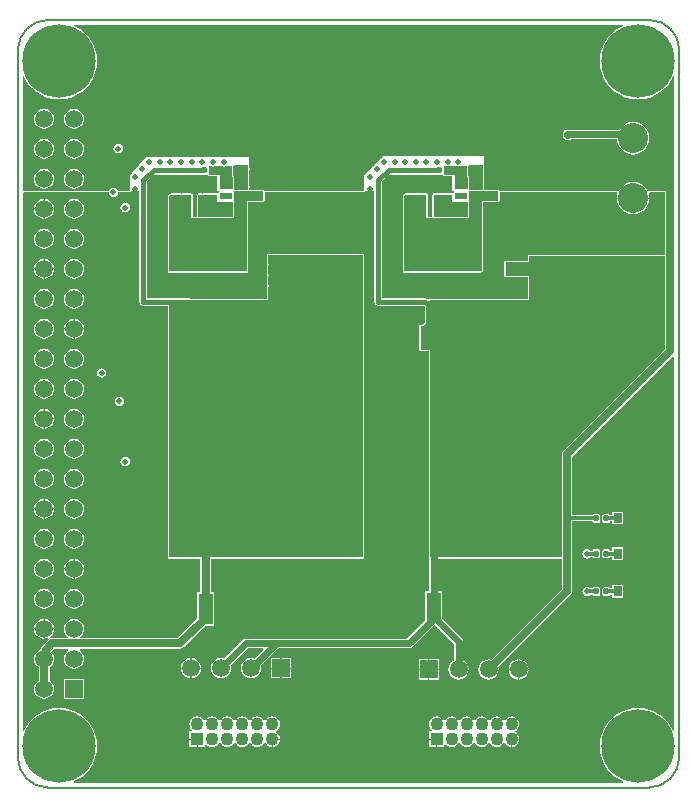
<source format=gtl>
G04*
G04 #@! TF.GenerationSoftware,Altium Limited,Altium Designer,20.0.9 (164)*
G04*
G04 Layer_Physical_Order=1*
G04 Layer_Color=255*
%FSLAX25Y25*%
%MOIN*%
G70*
G01*
G75*
G04:AMPARAMS|DCode=10|XSize=25.2mil|YSize=23.62mil|CornerRadius=5.91mil|HoleSize=0mil|Usage=FLASHONLY|Rotation=90.000|XOffset=0mil|YOffset=0mil|HoleType=Round|Shape=RoundedRectangle|*
%AMROUNDEDRECTD10*
21,1,0.02520,0.01181,0,0,90.0*
21,1,0.01339,0.02362,0,0,90.0*
1,1,0.01181,0.00591,0.00669*
1,1,0.01181,0.00591,-0.00669*
1,1,0.01181,-0.00591,-0.00669*
1,1,0.01181,-0.00591,0.00669*
%
%ADD10ROUNDEDRECTD10*%
%ADD11R,0.03937X0.02362*%
G04:AMPARAMS|DCode=12|XSize=20.47mil|YSize=22.05mil|CornerRadius=5.12mil|HoleSize=0mil|Usage=FLASHONLY|Rotation=180.000|XOffset=0mil|YOffset=0mil|HoleType=Round|Shape=RoundedRectangle|*
%AMROUNDEDRECTD12*
21,1,0.02047,0.01181,0,0,180.0*
21,1,0.01024,0.02205,0,0,180.0*
1,1,0.01024,-0.00512,0.00591*
1,1,0.01024,0.00512,0.00591*
1,1,0.01024,0.00512,-0.00591*
1,1,0.01024,-0.00512,-0.00591*
%
%ADD12ROUNDEDRECTD12*%
%ADD13R,0.02756X0.03347*%
%ADD14R,0.09843X0.07480*%
%ADD15R,0.13780X0.07874*%
%ADD16R,0.06693X0.04331*%
%ADD17R,0.04331X0.06693*%
%ADD18R,0.10433X0.04724*%
%ADD19R,0.04724X0.10433*%
%ADD20C,0.01181*%
%ADD21C,0.02756*%
%ADD22C,0.02362*%
%ADD23C,0.01968*%
%ADD24C,0.01575*%
%ADD25C,0.00787*%
%ADD26C,0.10000*%
%ADD27C,0.04331*%
%ADD28R,0.04331X0.04331*%
%ADD29C,0.05906*%
%ADD30R,0.05906X0.05906*%
%ADD31R,0.05906X0.05906*%
%ADD32C,0.01968*%
%ADD33C,0.03937*%
%ADD34C,0.24410*%
G36*
X430098Y466429D02*
X429254Y466079D01*
X427549Y465034D01*
X426028Y463736D01*
X424729Y462215D01*
X423684Y460510D01*
X422919Y458663D01*
X422452Y456718D01*
X422295Y454724D01*
X422452Y452731D01*
X422919Y450786D01*
X423684Y448939D01*
X424729Y447234D01*
X426028Y445713D01*
X427549Y444414D01*
X429254Y443369D01*
X431101Y442604D01*
X433046Y442137D01*
X435039Y441980D01*
X437033Y442137D01*
X438977Y442604D01*
X440825Y443369D01*
X442530Y444414D01*
X444051Y445713D01*
X445350Y447234D01*
X446394Y448939D01*
X446744Y449783D01*
X447244Y449684D01*
Y411417D01*
X438331D01*
X438181Y411778D01*
X437316Y412907D01*
X436188Y413772D01*
X434874Y414316D01*
X433465Y414502D01*
X432055Y414316D01*
X430741Y413772D01*
X429613Y412907D01*
X428748Y411778D01*
X428598Y411417D01*
X389016D01*
X388889Y411724D01*
X388583Y411850D01*
X383897D01*
Y420079D01*
X383858Y420174D01*
Y423228D01*
X350006Y423228D01*
X343707Y416929D01*
X343707Y411417D01*
X310669Y411417D01*
X310542Y411724D01*
X310236Y411850D01*
X305551D01*
Y412498D01*
X305639Y412942D01*
X305551Y413386D01*
Y418404D01*
X305639Y418848D01*
X305551Y419292D01*
Y420079D01*
X305512Y420174D01*
Y422835D01*
X271181Y422835D01*
X268797Y420084D01*
X268646Y419983D01*
X268433Y419663D01*
X266373Y417286D01*
X266284Y417227D01*
X266159Y417040D01*
X265748Y416566D01*
Y411417D01*
X261764D01*
X261720Y411638D01*
X261372Y412159D01*
X260851Y412507D01*
X260236Y412629D01*
X259622Y412507D01*
X259101Y412159D01*
X258753Y411638D01*
X258709Y411417D01*
X229921Y411417D01*
Y449684D01*
X230421Y449783D01*
X230771Y448939D01*
X231816Y447234D01*
X233115Y445713D01*
X234635Y444414D01*
X236340Y443369D01*
X238188Y442604D01*
X240132Y442137D01*
X242126Y441980D01*
X244120Y442137D01*
X246064Y442604D01*
X247912Y443369D01*
X249617Y444414D01*
X251137Y445713D01*
X252436Y447234D01*
X253481Y448939D01*
X254246Y450786D01*
X254713Y452731D01*
X254870Y454724D01*
X254713Y456718D01*
X254246Y458663D01*
X253481Y460510D01*
X252436Y462215D01*
X251137Y463736D01*
X249617Y465034D01*
X247912Y466079D01*
X247067Y466429D01*
X247167Y466929D01*
X429998D01*
X430098Y466429D01*
D02*
G37*
G36*
X377953Y416142D02*
X378316D01*
X378346Y415987D01*
Y413147D01*
X378316Y412992D01*
X378346Y412837D01*
Y412205D01*
X374016D01*
Y416929D01*
X371809D01*
X371654Y416960D01*
X371498Y416929D01*
X370472D01*
Y419685D01*
X371498D01*
X371654Y419654D01*
X371809Y419685D01*
X375042D01*
X375197Y419654D01*
X375352Y419685D01*
X377953D01*
Y416142D01*
D02*
G37*
G36*
X299606Y416142D02*
X299969D01*
X300000Y415987D01*
Y412205D01*
X295669D01*
Y416929D01*
X292126D01*
Y419685D01*
X292998D01*
X293404Y419604D01*
X293809Y419685D01*
X296542D01*
X296947Y419604D01*
X297353Y419685D01*
X299606D01*
Y416142D01*
D02*
G37*
G36*
X305118Y411850D02*
X304439D01*
X304398Y411833D01*
X304355Y411842D01*
X304034Y411778D01*
X303713Y411842D01*
X303669Y411833D01*
X303628Y411850D01*
X302077D01*
X302036Y411833D01*
X301992Y411842D01*
X301672Y411778D01*
X301351Y411842D01*
X301307Y411833D01*
X301266Y411850D01*
X300827D01*
X300433Y412205D01*
Y415987D01*
X300416Y416028D01*
X300425Y416071D01*
X300394Y416226D01*
X300324Y416331D01*
X300275Y416448D01*
X300234Y416465D01*
X300210Y416502D01*
X300086Y416526D01*
X300039Y416546D01*
Y419685D01*
X300417Y420079D01*
X305118D01*
Y411850D01*
D02*
G37*
G36*
X383465Y411850D02*
X382438D01*
X382398Y411833D01*
X382354Y411842D01*
X382283Y411828D01*
X382213Y411842D01*
X382169Y411833D01*
X382128Y411850D01*
X380076D01*
X380035Y411833D01*
X379992Y411842D01*
X379921Y411828D01*
X379851Y411842D01*
X379807Y411833D01*
X379766Y411850D01*
X379174D01*
X378779Y412205D01*
Y412837D01*
X378762Y412878D01*
X378771Y412921D01*
X378757Y412992D01*
X378771Y413063D01*
X378762Y413106D01*
X378779Y413147D01*
Y415987D01*
X378762Y416028D01*
X378771Y416071D01*
X378740Y416226D01*
X378670Y416331D01*
X378622Y416448D01*
X378581Y416465D01*
X378556Y416502D01*
X378432Y416526D01*
X378386Y416546D01*
Y419685D01*
X378764Y420079D01*
X383465D01*
Y411850D01*
D02*
G37*
G36*
X388583Y409604D02*
X388552Y409449D01*
X388583Y409294D01*
Y408268D01*
X383071D01*
Y401336D01*
X383040Y401181D01*
X383071Y401026D01*
Y397793D01*
X383040Y397638D01*
X383071Y397483D01*
Y394250D01*
X383040Y394094D01*
X383071Y393939D01*
Y390706D01*
X383040Y390551D01*
X383071Y390396D01*
Y387163D01*
X383040Y387008D01*
X383071Y386853D01*
Y385042D01*
X382677Y384677D01*
X382522Y384646D01*
X379289D01*
X379134Y384677D01*
X378979Y384646D01*
X375746D01*
X375591Y384677D01*
X375435Y384646D01*
X372202D01*
X372047Y384677D01*
X371892Y384646D01*
X368659D01*
X368504Y384677D01*
X368349Y384646D01*
X365116D01*
X364961Y384677D01*
X364806Y384646D01*
X361572D01*
X361417Y384677D01*
X361262Y384646D01*
X358029D01*
X357874Y384677D01*
X357719Y384646D01*
X357087D01*
Y409840D01*
X357480Y410205D01*
X357635Y410236D01*
X360869D01*
X361024Y410205D01*
X361179Y410236D01*
X364412D01*
X364567Y410205D01*
Y402362D01*
X378740D01*
Y411417D01*
X379766D01*
X379921Y411386D01*
X380076Y411417D01*
X382128D01*
X382283Y411386D01*
X382438Y411417D01*
X388583D01*
Y409604D01*
D02*
G37*
G36*
X310236Y409321D02*
X310205Y409166D01*
X310236Y409011D01*
Y408268D01*
X304724D01*
Y384646D01*
X278740D01*
Y409743D01*
X279231Y410156D01*
X279636Y410236D01*
X282368D01*
X282774Y410156D01*
X283179Y410236D01*
X285912D01*
X286221Y410175D01*
Y402362D01*
X300394D01*
Y411417D01*
X301266D01*
X301672Y411337D01*
X302077Y411417D01*
X303628D01*
X304034Y411337D01*
X304439Y411417D01*
X310236D01*
Y409321D01*
D02*
G37*
G36*
X294882Y407874D02*
X299961D01*
Y402795D01*
X288583D01*
Y410236D01*
X289455D01*
X289861Y410156D01*
X290266Y410236D01*
X293152D01*
X293307Y410205D01*
X293462Y410236D01*
X294882D01*
Y407874D01*
D02*
G37*
G36*
X373228Y407874D02*
X378307D01*
Y402795D01*
X366929D01*
Y410236D01*
X367955D01*
X368110Y410205D01*
X368265Y410236D01*
X371498D01*
X371654Y410205D01*
X371809Y410236D01*
X373228D01*
Y407874D01*
D02*
G37*
G36*
X370166Y416623D02*
X370472Y416496D01*
X371498D01*
X371539Y416513D01*
X371583Y416504D01*
X371654Y416518D01*
X371724Y416504D01*
X371768Y416513D01*
X371809Y416496D01*
X373228D01*
Y411417D01*
X373813D01*
Y410918D01*
X373313Y410634D01*
X373228Y410669D01*
X371809D01*
X371768Y410652D01*
X371724Y410661D01*
X371654Y410647D01*
X371583Y410661D01*
X371539Y410652D01*
X371498Y410669D01*
X368265D01*
X368224Y410652D01*
X368181Y410661D01*
X368110Y410647D01*
X368040Y410661D01*
X367996Y410652D01*
X367955Y410669D01*
X366929D01*
X366834Y410630D01*
X366834Y410630D01*
X366623Y410542D01*
X366496Y410236D01*
Y402795D01*
X365000D01*
Y410205D01*
X364952Y410322D01*
X364927Y410446D01*
X364890Y410470D01*
X364873Y410511D01*
X364756Y410560D01*
X364651Y410630D01*
X364496Y410661D01*
X364453Y410652D01*
X364412Y410669D01*
X361179D01*
X361138Y410652D01*
X361094Y410661D01*
X361024Y410647D01*
X360953Y410661D01*
X360910Y410652D01*
X360869Y410669D01*
X357635D01*
X357594Y410652D01*
X357551Y410661D01*
X357396Y410630D01*
X357297Y410564D01*
X357186Y410523D01*
X356857Y410218D01*
X356792Y410157D01*
X356788Y410149D01*
X356781Y410146D01*
X356720Y410000D01*
X356654Y409856D01*
X356657Y409848D01*
X356654Y409840D01*
Y409840D01*
Y390551D01*
Y384646D01*
X356781Y384339D01*
X357087Y384213D01*
X357719D01*
X357760Y384230D01*
X357803Y384221D01*
X357874Y384235D01*
X357945Y384221D01*
X357988Y384230D01*
X358029Y384213D01*
X361262D01*
X361303Y384230D01*
X361347Y384221D01*
X361417Y384235D01*
X361488Y384221D01*
X361531Y384230D01*
X361572Y384213D01*
X364806D01*
X364846Y384230D01*
X364890Y384221D01*
X364961Y384235D01*
X365031Y384221D01*
X365075Y384230D01*
X365116Y384213D01*
X368349D01*
X368390Y384230D01*
X368433Y384221D01*
X368504Y384235D01*
X368575Y384221D01*
X368618Y384230D01*
X368659Y384213D01*
X371892D01*
X371933Y384230D01*
X371977Y384221D01*
X372047Y384235D01*
X372118Y384221D01*
X372161Y384230D01*
X372202Y384213D01*
X375435D01*
X375476Y384230D01*
X375520Y384221D01*
X375591Y384235D01*
X375661Y384221D01*
X375705Y384230D01*
X375746Y384213D01*
X378979D01*
X379020Y384230D01*
X379063Y384221D01*
X379134Y384235D01*
X379205Y384221D01*
X379248Y384230D01*
X379289Y384213D01*
X382522D01*
X382563Y384230D01*
X382607Y384221D01*
X382762Y384252D01*
X382860Y384318D01*
X382972Y384359D01*
X383365Y384724D01*
X383369Y384732D01*
X383377Y384736D01*
X383438Y384882D01*
X383504Y385026D01*
X383501Y385034D01*
X383504Y385042D01*
Y386853D01*
X383487Y386894D01*
X383495Y386937D01*
X383482Y387008D01*
X383495Y387078D01*
X383487Y387122D01*
X383504Y387163D01*
Y390396D01*
X383487Y390437D01*
X383495Y390481D01*
X383482Y390551D01*
X383495Y390622D01*
X383487Y390665D01*
X383504Y390706D01*
Y393939D01*
X383487Y393980D01*
X383495Y394024D01*
X383482Y394094D01*
X383495Y394165D01*
X383487Y394209D01*
X383504Y394250D01*
Y397483D01*
X383487Y397524D01*
X383495Y397567D01*
X383482Y397638D01*
X383495Y397708D01*
X383487Y397752D01*
X383504Y397793D01*
Y401026D01*
X383487Y401067D01*
X383495Y401111D01*
X383482Y401181D01*
X383495Y401252D01*
X383487Y401295D01*
X383504Y401336D01*
Y407835D01*
X388583D01*
X388889Y407962D01*
X389016Y408268D01*
Y409294D01*
X388999Y409335D01*
X389007Y409378D01*
X388993Y409449D01*
X389007Y409519D01*
X388999Y409563D01*
X389016Y409604D01*
Y410630D01*
Y410984D01*
X427969D01*
X428247Y410569D01*
X428204Y410465D01*
X428044Y409255D01*
X433465D01*
X438885D01*
X438726Y410465D01*
X438683Y410569D01*
X438960Y410984D01*
X444071D01*
Y410630D01*
Y390551D01*
Y390197D01*
X398858Y390197D01*
X398552Y390070D01*
X398425Y389764D01*
Y388195D01*
X390446D01*
Y382671D01*
X398425D01*
Y375590D01*
X365748D01*
X365442Y375464D01*
X365425Y375423D01*
X364855D01*
X364698Y375528D01*
X364235Y375620D01*
X364235Y375620D01*
X349636D01*
Y390551D01*
Y410236D01*
Y414459D01*
X351909Y416732D01*
X370121D01*
X370166Y416623D01*
D02*
G37*
G36*
X343307Y289370D02*
X278740D01*
Y297483D01*
X278771Y297638D01*
X278740Y297793D01*
Y305357D01*
X278771Y305512D01*
X278740Y305667D01*
Y313231D01*
X278771Y313386D01*
X278740Y313541D01*
Y321105D01*
X278771Y321260D01*
X278740Y321415D01*
Y328979D01*
X278771Y329134D01*
X278740Y329289D01*
Y352601D01*
X278771Y352756D01*
X278740Y352911D01*
Y360475D01*
X278771Y360630D01*
X278740Y360785D01*
Y370981D01*
X278746Y370989D01*
X278868Y371604D01*
X278746Y372218D01*
X278740Y372226D01*
Y375187D01*
X285846D01*
X285953Y375166D01*
X285996Y375175D01*
X286037Y375158D01*
X311417D01*
X311723Y375284D01*
X311850Y375590D01*
Y379428D01*
X311939Y379872D01*
X311850Y380315D01*
Y382971D01*
X311939Y383415D01*
X311850Y383859D01*
Y386514D01*
X311939Y386958D01*
X311850Y387402D01*
Y390057D01*
X311862Y390118D01*
X343307D01*
X343307Y289370D01*
D02*
G37*
G36*
X444071Y389764D02*
Y358840D01*
X410136Y324904D01*
X409742Y324316D01*
X409605Y323622D01*
Y302756D01*
Y289370D01*
X365748Y289370D01*
X365748Y365921D01*
X362791D01*
X365291Y368421D01*
X365748D01*
Y375158D01*
X398425D01*
X398731Y375284D01*
X398858Y375590D01*
Y382671D01*
X398731Y382977D01*
X398425Y383104D01*
X398425D01*
Y387762D01*
X398425D01*
X398731Y387889D01*
X398858Y388195D01*
Y389764D01*
X444071Y389764D01*
D02*
G37*
G36*
X291820Y416623D02*
X292126Y416496D01*
X294882D01*
Y411417D01*
X295466D01*
Y410918D01*
X294966Y410634D01*
X294882Y410669D01*
X293462D01*
X293421Y410652D01*
X293378Y410661D01*
X293307Y410647D01*
X293236Y410661D01*
X293193Y410652D01*
X293152Y410669D01*
X290266D01*
X290225Y410652D01*
X290181Y410661D01*
X290026Y410630D01*
X289861Y410597D01*
X289695Y410630D01*
X289540Y410661D01*
X289496Y410652D01*
X289455Y410669D01*
X288583D01*
X288542Y410652D01*
X288488Y410630D01*
X288277Y410542D01*
X288150Y410236D01*
Y402795D01*
X286653D01*
Y410175D01*
X286605Y410291D01*
X286580Y410415D01*
X286544Y410440D01*
X286527Y410481D01*
X286410Y410529D01*
X286305Y410600D01*
X285996Y410661D01*
X285953Y410652D01*
X285912Y410669D01*
X283179D01*
X283138Y410652D01*
X283095Y410661D01*
X282939Y410630D01*
X282774Y410597D01*
X282609Y410630D01*
X282453Y410661D01*
X282410Y410652D01*
X282368Y410669D01*
X279636D01*
X279595Y410652D01*
X279552Y410661D01*
X279146Y410580D01*
X279056Y410520D01*
X278952Y410487D01*
X278740Y410309D01*
X278462Y410075D01*
X278452Y410057D01*
X278434Y410049D01*
X278377Y409912D01*
X278309Y409781D01*
X278315Y409762D01*
X278307Y409743D01*
Y384646D01*
X278434Y384339D01*
X278740Y384213D01*
X304724D01*
X305030Y384339D01*
X305157Y384646D01*
Y407835D01*
X310236D01*
X310542Y407962D01*
X310669Y408268D01*
Y409011D01*
X310652Y409052D01*
X310661Y409096D01*
X310647Y409166D01*
X310661Y409237D01*
X310652Y409280D01*
X310669Y409321D01*
Y410236D01*
Y410984D01*
X343707Y410984D01*
X344013Y411111D01*
X344140Y411417D01*
Y411417D01*
X347215D01*
Y410236D01*
Y390551D01*
Y374409D01*
X347307Y373946D01*
X347569Y373553D01*
X347962Y373291D01*
X348425Y373199D01*
X363812D01*
X363968Y373094D01*
X363970Y373094D01*
Y367712D01*
X363016Y366758D01*
X362002D01*
Y358084D01*
X365315D01*
X365315Y289370D01*
X365317Y289365D01*
Y278058D01*
X364167D01*
Y268415D01*
X357994Y262242D01*
X304331D01*
X303714Y262119D01*
X303191Y261770D01*
X297017Y255596D01*
X296938Y255629D01*
X296063Y255744D01*
X295188Y255629D01*
X294372Y255291D01*
X293672Y254753D01*
X293134Y254053D01*
X292796Y253237D01*
X292681Y252362D01*
X292796Y251487D01*
X293134Y250671D01*
X293672Y249971D01*
X294372Y249434D01*
X295188Y249096D01*
X296063Y248980D01*
X296938Y249096D01*
X297754Y249434D01*
X298454Y249971D01*
X298992Y250671D01*
X299329Y251487D01*
X299445Y252362D01*
X299329Y253237D01*
X299297Y253316D01*
X304998Y259018D01*
X310022D01*
X310213Y258556D01*
X307184Y255527D01*
X306938Y255629D01*
X306063Y255744D01*
X305188Y255629D01*
X304372Y255291D01*
X303672Y254753D01*
X303134Y254053D01*
X302797Y253237D01*
X302681Y252362D01*
X302797Y251487D01*
X303134Y250671D01*
X303672Y249971D01*
X304372Y249434D01*
X305188Y249096D01*
X306063Y248980D01*
X306938Y249096D01*
X307754Y249434D01*
X308454Y249971D01*
X308992Y250671D01*
X309329Y251487D01*
X309445Y252362D01*
X309344Y253127D01*
X315235Y259018D01*
X358661D01*
X359278Y259140D01*
X359801Y259490D01*
X367136Y266824D01*
X367411D01*
X373663Y260572D01*
Y254930D01*
X373585Y254897D01*
X372884Y254360D01*
X372347Y253659D01*
X372009Y252844D01*
X371894Y251969D01*
X372009Y251093D01*
X372347Y250278D01*
X372884Y249577D01*
X373585Y249040D01*
X374400Y248702D01*
X375276Y248587D01*
X376151Y248702D01*
X376966Y249040D01*
X377667Y249577D01*
X378204Y250278D01*
X378542Y251093D01*
X378657Y251969D01*
X378542Y252844D01*
X378204Y253659D01*
X377667Y254360D01*
X376966Y254897D01*
X376888Y254930D01*
Y261240D01*
X376765Y261857D01*
X376415Y262380D01*
X369691Y269104D01*
Y278058D01*
X368541D01*
Y288937D01*
X409605Y288937D01*
Y278861D01*
X385999Y255255D01*
X385276Y255350D01*
X384400Y255235D01*
X383585Y254897D01*
X382884Y254360D01*
X382347Y253659D01*
X382009Y252844D01*
X381894Y251969D01*
X382009Y251093D01*
X382347Y250278D01*
X382884Y249577D01*
X383585Y249040D01*
X384400Y248702D01*
X385276Y248587D01*
X386151Y248702D01*
X386966Y249040D01*
X387667Y249577D01*
X388204Y250278D01*
X388542Y251093D01*
X388657Y251969D01*
X388562Y252691D01*
X412699Y276828D01*
X413092Y277416D01*
X413230Y278110D01*
Y301352D01*
X419774D01*
X419933Y301114D01*
X420235Y300913D01*
X420591Y300842D01*
X421614D01*
X421970Y300913D01*
X422272Y301114D01*
X422473Y301416D01*
X422544Y301772D01*
Y302953D01*
X422473Y303309D01*
X422272Y303610D01*
X421970Y303812D01*
X421614Y303882D01*
X420591D01*
X420235Y303812D01*
X419933Y303610D01*
X419774Y303372D01*
X413230D01*
Y322871D01*
X446744Y356385D01*
X447244Y356178D01*
Y231419D01*
X446744Y231319D01*
X446394Y232164D01*
X445350Y233869D01*
X444051Y235389D01*
X442530Y236688D01*
X440825Y237733D01*
X438977Y238498D01*
X437033Y238965D01*
X435039Y239122D01*
X433046Y238965D01*
X431101Y238498D01*
X429254Y237733D01*
X427549Y236688D01*
X426028Y235389D01*
X424729Y233869D01*
X423684Y232164D01*
X422919Y230316D01*
X422452Y228372D01*
X422295Y226378D01*
X422452Y224384D01*
X422919Y222440D01*
X423684Y220592D01*
X424729Y218887D01*
X426028Y217367D01*
X427549Y216068D01*
X429254Y215023D01*
X430098Y214673D01*
X429998Y214173D01*
X247167D01*
X247067Y214673D01*
X247912Y215023D01*
X249617Y216068D01*
X251137Y217367D01*
X252436Y218887D01*
X253481Y220592D01*
X254246Y222440D01*
X254713Y224384D01*
X254870Y226378D01*
X254713Y228372D01*
X254246Y230316D01*
X253481Y232164D01*
X252436Y233869D01*
X251137Y235389D01*
X249617Y236688D01*
X247912Y237733D01*
X246064Y238498D01*
X244120Y238965D01*
X242126Y239122D01*
X240132Y238965D01*
X238188Y238498D01*
X236340Y237733D01*
X234635Y236688D01*
X233115Y235389D01*
X231816Y233869D01*
X230771Y232164D01*
X230421Y231319D01*
X229921Y231419D01*
Y410484D01*
X230421Y410984D01*
X258638Y410984D01*
X258753Y410409D01*
X259101Y409888D01*
X259622Y409540D01*
X260236Y409418D01*
X260851Y409540D01*
X261372Y409888D01*
X261720Y410409D01*
X261834Y410984D01*
X265748D01*
X266054Y411111D01*
X266181Y411417D01*
X268868D01*
Y374410D01*
X268960Y373946D01*
X269223Y373553D01*
X269615Y373291D01*
X270079Y373199D01*
X278307D01*
Y372226D01*
X278329Y372174D01*
X278321Y372134D01*
X278426Y371604D01*
X278321Y371074D01*
X278329Y371034D01*
X278307Y370981D01*
Y360785D01*
X278324Y360744D01*
X278315Y360701D01*
X278330Y360630D01*
X278315Y360559D01*
X278324Y360516D01*
X278307Y360475D01*
Y352911D01*
X278324Y352870D01*
X278315Y352826D01*
X278330Y352756D01*
X278315Y352685D01*
X278324Y352642D01*
X278307Y352601D01*
Y329289D01*
X278324Y329248D01*
X278315Y329205D01*
X278330Y329134D01*
X278315Y329063D01*
X278324Y329020D01*
X278307Y328979D01*
Y321415D01*
X278324Y321374D01*
X278315Y321330D01*
X278330Y321260D01*
X278315Y321189D01*
X278324Y321146D01*
X278307Y321105D01*
Y313541D01*
X278324Y313500D01*
X278315Y313457D01*
X278330Y313386D01*
X278315Y313315D01*
X278324Y313272D01*
X278307Y313231D01*
Y305667D01*
X278324Y305626D01*
X278315Y305582D01*
X278330Y305512D01*
X278315Y305441D01*
X278324Y305398D01*
X278307Y305357D01*
Y297793D01*
X278324Y297752D01*
X278315Y297708D01*
X278330Y297638D01*
X278315Y297567D01*
X278324Y297524D01*
X278307Y297483D01*
Y289370D01*
X278434Y289064D01*
X278740Y288937D01*
X289132D01*
Y277664D01*
X288183D01*
Y268994D01*
X281631Y262443D01*
X249404D01*
X249234Y262943D01*
X249517Y263160D01*
X250055Y263860D01*
X250392Y264676D01*
X250508Y265551D01*
X250392Y266426D01*
X250055Y267242D01*
X249517Y267942D01*
X248817Y268480D01*
X248001Y268818D01*
X247126Y268933D01*
X246251Y268818D01*
X245435Y268480D01*
X244735Y267942D01*
X244197Y267242D01*
X243860Y266426D01*
X243744Y265551D01*
X243860Y264676D01*
X244197Y263860D01*
X244735Y263160D01*
X245018Y262943D01*
X244848Y262443D01*
X239786D01*
X239270Y262340D01*
X239058Y262808D01*
X239517Y263160D01*
X240055Y263860D01*
X240392Y264676D01*
X240481Y265351D01*
X237326D01*
Y262196D01*
X238001Y262285D01*
X238426Y262461D01*
X238663Y262017D01*
X238504Y261912D01*
X236447Y259854D01*
X236054Y259266D01*
X235939Y258688D01*
X235435Y258480D01*
X234735Y257942D01*
X234197Y257242D01*
X233859Y256426D01*
X233744Y255551D01*
X233859Y254676D01*
X234197Y253860D01*
X234735Y253160D01*
X235313Y252716D01*
Y248386D01*
X234735Y247942D01*
X234197Y247242D01*
X233859Y246426D01*
X233744Y245551D01*
X233859Y244676D01*
X234197Y243860D01*
X234735Y243160D01*
X235435Y242623D01*
X236251Y242285D01*
X237126Y242169D01*
X238001Y242285D01*
X238817Y242623D01*
X239517Y243160D01*
X240055Y243860D01*
X240392Y244676D01*
X240508Y245551D01*
X240392Y246426D01*
X240055Y247242D01*
X239517Y247942D01*
X238939Y248386D01*
Y252716D01*
X239517Y253160D01*
X240055Y253860D01*
X240392Y254676D01*
X240508Y255551D01*
X240392Y256426D01*
X240055Y257242D01*
X239580Y257860D01*
X240537Y258817D01*
X245053D01*
X245223Y258317D01*
X244735Y257942D01*
X244197Y257242D01*
X243860Y256426D01*
X243744Y255551D01*
X243860Y254676D01*
X244197Y253860D01*
X244735Y253160D01*
X245435Y252623D01*
X246251Y252285D01*
X247126Y252169D01*
X248001Y252285D01*
X248817Y252623D01*
X249517Y253160D01*
X250055Y253860D01*
X250392Y254676D01*
X250508Y255551D01*
X250392Y256426D01*
X250055Y257242D01*
X249517Y257942D01*
X249029Y258317D01*
X249199Y258817D01*
X282382D01*
X283076Y258955D01*
X283664Y259348D01*
X290746Y266431D01*
X293707D01*
Y277664D01*
X292758D01*
Y288937D01*
X343307D01*
X343613Y289064D01*
X343740Y289370D01*
X343740Y390118D01*
X343613Y390424D01*
X343307Y390551D01*
X311862D01*
X311746Y390503D01*
X311622Y390478D01*
X311622Y390478D01*
X311597Y390441D01*
X311556Y390424D01*
X311508Y390308D01*
X311438Y390203D01*
X311426Y390142D01*
X311426Y390142D01*
X311430Y390120D01*
X311429Y390118D01*
X311431Y390114D01*
X311434Y390098D01*
X311417Y390057D01*
Y387402D01*
X311434Y387361D01*
X311426Y387318D01*
X311497Y386958D01*
X311426Y386599D01*
X311434Y386555D01*
X311417Y386514D01*
Y383859D01*
X311434Y383818D01*
X311426Y383774D01*
X311497Y383415D01*
X311426Y383055D01*
X311434Y383012D01*
X311417Y382971D01*
Y380315D01*
X311434Y380275D01*
X311426Y380231D01*
X311497Y379872D01*
X311426Y379512D01*
X311434Y379468D01*
X311417Y379428D01*
Y375590D01*
X286037D01*
X285889Y375620D01*
X285889Y375620D01*
X271289D01*
Y414459D01*
X273563Y416732D01*
X291775D01*
X291820Y416623D01*
D02*
G37*
%LPC*%
G36*
X247126Y438933D02*
X246251Y438818D01*
X245435Y438480D01*
X244735Y437942D01*
X244197Y437242D01*
X243860Y436426D01*
X243744Y435551D01*
X243860Y434676D01*
X244197Y433860D01*
X244735Y433160D01*
X245435Y432623D01*
X246251Y432285D01*
X247126Y432169D01*
X248001Y432285D01*
X248817Y432623D01*
X249517Y433160D01*
X250055Y433860D01*
X250392Y434676D01*
X250508Y435551D01*
X250392Y436426D01*
X250055Y437242D01*
X249517Y437942D01*
X248817Y438480D01*
X248001Y438818D01*
X247126Y438933D01*
D02*
G37*
G36*
X237126D02*
X236251Y438818D01*
X235435Y438480D01*
X234735Y437942D01*
X234197Y437242D01*
X233859Y436426D01*
X233744Y435551D01*
X233859Y434676D01*
X234197Y433860D01*
X234735Y433160D01*
X235435Y432623D01*
X236251Y432285D01*
X237126Y432169D01*
X238001Y432285D01*
X238817Y432623D01*
X239517Y433160D01*
X240055Y433860D01*
X240392Y434676D01*
X240508Y435551D01*
X240392Y436426D01*
X240055Y437242D01*
X239517Y437942D01*
X238817Y438480D01*
X238001Y438818D01*
X237126Y438933D01*
D02*
G37*
G36*
X433465Y434502D02*
X432055Y434316D01*
X430741Y433772D01*
X429613Y432906D01*
X428862Y431927D01*
X411811D01*
X411772Y431919D01*
X411732Y431927D01*
X411674Y431916D01*
X411221D01*
X410834Y431839D01*
X410506Y431620D01*
X410287Y431292D01*
X410211Y430905D01*
Y430769D01*
X410120Y430315D01*
X410211Y429861D01*
Y429567D01*
X410287Y429180D01*
X410506Y428853D01*
X410834Y428634D01*
X411221Y428557D01*
X412402D01*
X412788Y428634D01*
X412891Y428703D01*
X428064D01*
X428204Y427645D01*
X428748Y426332D01*
X429613Y425204D01*
X430741Y424338D01*
X432055Y423794D01*
X433465Y423608D01*
X434874Y423794D01*
X436188Y424338D01*
X437316Y425204D01*
X438181Y426332D01*
X438726Y427645D01*
X438911Y429055D01*
X438726Y430465D01*
X438181Y431778D01*
X437316Y432906D01*
X436188Y433772D01*
X434874Y434316D01*
X433465Y434502D01*
D02*
G37*
G36*
X261811Y427196D02*
X261197Y427074D01*
X260676Y426726D01*
X260328Y426205D01*
X260205Y425591D01*
X260328Y424976D01*
X260676Y424455D01*
X261197Y424107D01*
X261811Y423985D01*
X262425Y424107D01*
X262946Y424455D01*
X263295Y424976D01*
X263417Y425591D01*
X263295Y426205D01*
X262946Y426726D01*
X262425Y427074D01*
X261811Y427196D01*
D02*
G37*
G36*
X247126Y428933D02*
X246251Y428818D01*
X245435Y428480D01*
X244735Y427942D01*
X244197Y427242D01*
X243860Y426426D01*
X243744Y425551D01*
X243860Y424676D01*
X244197Y423860D01*
X244735Y423160D01*
X245435Y422623D01*
X246251Y422285D01*
X247126Y422169D01*
X248001Y422285D01*
X248817Y422623D01*
X249517Y423160D01*
X250055Y423860D01*
X250392Y424676D01*
X250508Y425551D01*
X250392Y426426D01*
X250055Y427242D01*
X249517Y427942D01*
X248817Y428480D01*
X248001Y428818D01*
X247126Y428933D01*
D02*
G37*
G36*
X237126D02*
X236251Y428818D01*
X235435Y428480D01*
X234735Y427942D01*
X234197Y427242D01*
X233859Y426426D01*
X233744Y425551D01*
X233859Y424676D01*
X234197Y423860D01*
X234735Y423160D01*
X235435Y422623D01*
X236251Y422285D01*
X237126Y422169D01*
X238001Y422285D01*
X238817Y422623D01*
X239517Y423160D01*
X240055Y423860D01*
X240392Y424676D01*
X240508Y425551D01*
X240392Y426426D01*
X240055Y427242D01*
X239517Y427942D01*
X238817Y428480D01*
X238001Y428818D01*
X237126Y428933D01*
D02*
G37*
G36*
X247126Y418933D02*
X246251Y418818D01*
X245435Y418480D01*
X244735Y417942D01*
X244197Y417242D01*
X243860Y416426D01*
X243744Y415551D01*
X243860Y414676D01*
X244197Y413860D01*
X244735Y413160D01*
X245435Y412623D01*
X246251Y412285D01*
X247126Y412170D01*
X248001Y412285D01*
X248817Y412623D01*
X249517Y413160D01*
X250055Y413860D01*
X250392Y414676D01*
X250508Y415551D01*
X250392Y416426D01*
X250055Y417242D01*
X249517Y417942D01*
X248817Y418480D01*
X248001Y418818D01*
X247126Y418933D01*
D02*
G37*
G36*
X237126D02*
X236251Y418818D01*
X235435Y418480D01*
X234735Y417942D01*
X234197Y417242D01*
X233859Y416426D01*
X233744Y415551D01*
X233859Y414676D01*
X234197Y413860D01*
X234735Y413160D01*
X235435Y412623D01*
X236251Y412285D01*
X237126Y412170D01*
X238001Y412285D01*
X238817Y412623D01*
X239517Y413160D01*
X240055Y413860D01*
X240392Y414676D01*
X240508Y415551D01*
X240392Y416426D01*
X240055Y417242D01*
X239517Y417942D01*
X238817Y418480D01*
X238001Y418818D01*
X237126Y418933D01*
D02*
G37*
G36*
X433265Y408855D02*
X428044D01*
X428204Y407645D01*
X428748Y406332D01*
X429613Y405204D01*
X430741Y404338D01*
X432055Y403794D01*
X433265Y403635D01*
Y408855D01*
D02*
G37*
G36*
X438885D02*
X433665D01*
Y403635D01*
X434874Y403794D01*
X436188Y404338D01*
X437316Y405204D01*
X438181Y406332D01*
X438726Y407645D01*
X438885Y408855D01*
D02*
G37*
G36*
X237326Y408907D02*
Y405751D01*
X240481D01*
X240392Y406426D01*
X240055Y407242D01*
X239517Y407942D01*
X238817Y408480D01*
X238001Y408818D01*
X237326Y408907D01*
D02*
G37*
G36*
X236926D02*
X236251Y408818D01*
X235435Y408480D01*
X234735Y407942D01*
X234197Y407242D01*
X233859Y406426D01*
X233771Y405751D01*
X236926D01*
Y408907D01*
D02*
G37*
G36*
X264173Y407511D02*
X263559Y407389D01*
X263038Y407041D01*
X262690Y406520D01*
X262568Y405905D01*
X262690Y405291D01*
X263038Y404770D01*
X263559Y404422D01*
X264173Y404300D01*
X264788Y404422D01*
X265309Y404770D01*
X265657Y405291D01*
X265779Y405905D01*
X265657Y406520D01*
X265309Y407041D01*
X264788Y407389D01*
X264173Y407511D01*
D02*
G37*
G36*
X240481Y405351D02*
X237326D01*
Y402196D01*
X238001Y402285D01*
X238817Y402623D01*
X239517Y403160D01*
X240055Y403860D01*
X240392Y404676D01*
X240481Y405351D01*
D02*
G37*
G36*
X236926D02*
X233771D01*
X233859Y404676D01*
X234197Y403860D01*
X234735Y403160D01*
X235435Y402623D01*
X236251Y402285D01*
X236926Y402196D01*
Y405351D01*
D02*
G37*
G36*
X247126Y408933D02*
X246251Y408818D01*
X245435Y408480D01*
X244735Y407942D01*
X244197Y407242D01*
X243860Y406426D01*
X243744Y405551D01*
X243860Y404676D01*
X244197Y403860D01*
X244735Y403160D01*
X245435Y402623D01*
X246251Y402285D01*
X247126Y402170D01*
X248001Y402285D01*
X248817Y402623D01*
X249517Y403160D01*
X250055Y403860D01*
X250392Y404676D01*
X250508Y405551D01*
X250392Y406426D01*
X250055Y407242D01*
X249517Y407942D01*
X248817Y408480D01*
X248001Y408818D01*
X247126Y408933D01*
D02*
G37*
G36*
Y398933D02*
X246251Y398818D01*
X245435Y398480D01*
X244735Y397942D01*
X244197Y397242D01*
X243860Y396426D01*
X243744Y395551D01*
X243860Y394676D01*
X244197Y393860D01*
X244735Y393160D01*
X245435Y392623D01*
X246251Y392285D01*
X247126Y392169D01*
X248001Y392285D01*
X248817Y392623D01*
X249517Y393160D01*
X250055Y393860D01*
X250392Y394676D01*
X250508Y395551D01*
X250392Y396426D01*
X250055Y397242D01*
X249517Y397942D01*
X248817Y398480D01*
X248001Y398818D01*
X247126Y398933D01*
D02*
G37*
G36*
X237126D02*
X236251Y398818D01*
X235435Y398480D01*
X234735Y397942D01*
X234197Y397242D01*
X233859Y396426D01*
X233744Y395551D01*
X233859Y394676D01*
X234197Y393860D01*
X234735Y393160D01*
X235435Y392623D01*
X236251Y392285D01*
X237126Y392169D01*
X238001Y392285D01*
X238817Y392623D01*
X239517Y393160D01*
X240055Y393860D01*
X240392Y394676D01*
X240508Y395551D01*
X240392Y396426D01*
X240055Y397242D01*
X239517Y397942D01*
X238817Y398480D01*
X238001Y398818D01*
X237126Y398933D01*
D02*
G37*
G36*
X237326Y388907D02*
Y385751D01*
X240481D01*
X240392Y386426D01*
X240055Y387242D01*
X239517Y387942D01*
X238817Y388480D01*
X238001Y388818D01*
X237326Y388907D01*
D02*
G37*
G36*
X236926D02*
X236251Y388818D01*
X235435Y388480D01*
X234735Y387942D01*
X234197Y387242D01*
X233859Y386426D01*
X233771Y385751D01*
X236926D01*
Y388907D01*
D02*
G37*
G36*
X240481Y385351D02*
X237326D01*
Y382196D01*
X238001Y382285D01*
X238817Y382623D01*
X239517Y383160D01*
X240055Y383860D01*
X240392Y384676D01*
X240481Y385351D01*
D02*
G37*
G36*
X236926D02*
X233771D01*
X233859Y384676D01*
X234197Y383860D01*
X234735Y383160D01*
X235435Y382623D01*
X236251Y382285D01*
X236926Y382196D01*
Y385351D01*
D02*
G37*
G36*
X247126Y388933D02*
X246251Y388818D01*
X245435Y388480D01*
X244735Y387942D01*
X244197Y387242D01*
X243860Y386426D01*
X243744Y385551D01*
X243860Y384676D01*
X244197Y383860D01*
X244735Y383160D01*
X245435Y382623D01*
X246251Y382285D01*
X247126Y382170D01*
X248001Y382285D01*
X248817Y382623D01*
X249517Y383160D01*
X250055Y383860D01*
X250392Y384676D01*
X250508Y385551D01*
X250392Y386426D01*
X250055Y387242D01*
X249517Y387942D01*
X248817Y388480D01*
X248001Y388818D01*
X247126Y388933D01*
D02*
G37*
G36*
Y378933D02*
X246251Y378818D01*
X245435Y378480D01*
X244735Y377942D01*
X244197Y377242D01*
X243860Y376426D01*
X243744Y375551D01*
X243860Y374676D01*
X244197Y373860D01*
X244735Y373160D01*
X245435Y372623D01*
X246251Y372285D01*
X247126Y372169D01*
X248001Y372285D01*
X248817Y372623D01*
X249517Y373160D01*
X250055Y373860D01*
X250392Y374676D01*
X250508Y375551D01*
X250392Y376426D01*
X250055Y377242D01*
X249517Y377942D01*
X248817Y378480D01*
X248001Y378818D01*
X247126Y378933D01*
D02*
G37*
G36*
X237126D02*
X236251Y378818D01*
X235435Y378480D01*
X234735Y377942D01*
X234197Y377242D01*
X233859Y376426D01*
X233744Y375551D01*
X233859Y374676D01*
X234197Y373860D01*
X234735Y373160D01*
X235435Y372623D01*
X236251Y372285D01*
X237126Y372169D01*
X238001Y372285D01*
X238817Y372623D01*
X239517Y373160D01*
X240055Y373860D01*
X240392Y374676D01*
X240508Y375551D01*
X240392Y376426D01*
X240055Y377242D01*
X239517Y377942D01*
X238817Y378480D01*
X238001Y378818D01*
X237126Y378933D01*
D02*
G37*
G36*
X247326Y368906D02*
Y365751D01*
X250481D01*
X250392Y366426D01*
X250055Y367242D01*
X249517Y367942D01*
X248817Y368480D01*
X248001Y368818D01*
X247326Y368906D01*
D02*
G37*
G36*
X246926D02*
X246251Y368818D01*
X245435Y368480D01*
X244735Y367942D01*
X244197Y367242D01*
X243860Y366426D01*
X243771Y365751D01*
X246926D01*
Y368906D01*
D02*
G37*
G36*
X250481Y365351D02*
X247326D01*
Y362196D01*
X248001Y362285D01*
X248817Y362623D01*
X249517Y363160D01*
X250055Y363860D01*
X250392Y364676D01*
X250481Y365351D01*
D02*
G37*
G36*
X246926D02*
X243771D01*
X243860Y364676D01*
X244197Y363860D01*
X244735Y363160D01*
X245435Y362623D01*
X246251Y362285D01*
X246926Y362196D01*
Y365351D01*
D02*
G37*
G36*
X237126Y368933D02*
X236251Y368818D01*
X235435Y368480D01*
X234735Y367942D01*
X234197Y367242D01*
X233859Y366426D01*
X233744Y365551D01*
X233859Y364676D01*
X234197Y363860D01*
X234735Y363160D01*
X235435Y362623D01*
X236251Y362285D01*
X237126Y362170D01*
X238001Y362285D01*
X238817Y362623D01*
X239517Y363160D01*
X240055Y363860D01*
X240392Y364676D01*
X240508Y365551D01*
X240392Y366426D01*
X240055Y367242D01*
X239517Y367942D01*
X238817Y368480D01*
X238001Y368818D01*
X237126Y368933D01*
D02*
G37*
G36*
X247126Y358933D02*
X246251Y358818D01*
X245435Y358480D01*
X244735Y357942D01*
X244197Y357242D01*
X243860Y356426D01*
X243744Y355551D01*
X243860Y354676D01*
X244197Y353860D01*
X244735Y353160D01*
X245435Y352623D01*
X246251Y352285D01*
X247126Y352169D01*
X248001Y352285D01*
X248817Y352623D01*
X249517Y353160D01*
X250055Y353860D01*
X250392Y354676D01*
X250508Y355551D01*
X250392Y356426D01*
X250055Y357242D01*
X249517Y357942D01*
X248817Y358480D01*
X248001Y358818D01*
X247126Y358933D01*
D02*
G37*
G36*
X237126D02*
X236251Y358818D01*
X235435Y358480D01*
X234735Y357942D01*
X234197Y357242D01*
X233859Y356426D01*
X233744Y355551D01*
X233859Y354676D01*
X234197Y353860D01*
X234735Y353160D01*
X235435Y352623D01*
X236251Y352285D01*
X237126Y352169D01*
X238001Y352285D01*
X238817Y352623D01*
X239517Y353160D01*
X240055Y353860D01*
X240392Y354676D01*
X240508Y355551D01*
X240392Y356426D01*
X240055Y357242D01*
X239517Y357942D01*
X238817Y358480D01*
X238001Y358818D01*
X237126Y358933D01*
D02*
G37*
G36*
X256299Y352393D02*
X255685Y352271D01*
X255164Y351923D01*
X254816Y351402D01*
X254694Y350787D01*
X254816Y350173D01*
X255164Y349652D01*
X255685Y349304D01*
X256299Y349182D01*
X256914Y349304D01*
X257435Y349652D01*
X257783Y350173D01*
X257905Y350787D01*
X257783Y351402D01*
X257435Y351923D01*
X256914Y352271D01*
X256299Y352393D01*
D02*
G37*
G36*
X247126Y348933D02*
X246251Y348818D01*
X245435Y348480D01*
X244735Y347942D01*
X244197Y347242D01*
X243860Y346426D01*
X243744Y345551D01*
X243860Y344676D01*
X244197Y343860D01*
X244735Y343160D01*
X245435Y342623D01*
X246251Y342285D01*
X247126Y342169D01*
X248001Y342285D01*
X248817Y342623D01*
X249517Y343160D01*
X250055Y343860D01*
X250392Y344676D01*
X250508Y345551D01*
X250392Y346426D01*
X250055Y347242D01*
X249517Y347942D01*
X248817Y348480D01*
X248001Y348818D01*
X247126Y348933D01*
D02*
G37*
G36*
X237126D02*
X236251Y348818D01*
X235435Y348480D01*
X234735Y347942D01*
X234197Y347242D01*
X233859Y346426D01*
X233744Y345551D01*
X233859Y344676D01*
X234197Y343860D01*
X234735Y343160D01*
X235435Y342623D01*
X236251Y342285D01*
X237126Y342169D01*
X238001Y342285D01*
X238817Y342623D01*
X239517Y343160D01*
X240055Y343860D01*
X240392Y344676D01*
X240508Y345551D01*
X240392Y346426D01*
X240055Y347242D01*
X239517Y347942D01*
X238817Y348480D01*
X238001Y348818D01*
X237126Y348933D01*
D02*
G37*
G36*
X262205Y342944D02*
X261590Y342822D01*
X261069Y342474D01*
X260721Y341953D01*
X260599Y341339D01*
X260721Y340724D01*
X261069Y340203D01*
X261590Y339855D01*
X262205Y339733D01*
X262819Y339855D01*
X263340Y340203D01*
X263688Y340724D01*
X263810Y341339D01*
X263688Y341953D01*
X263340Y342474D01*
X262819Y342822D01*
X262205Y342944D01*
D02*
G37*
G36*
X237326Y338907D02*
Y335751D01*
X240481D01*
X240392Y336426D01*
X240055Y337242D01*
X239517Y337942D01*
X238817Y338480D01*
X238001Y338818D01*
X237326Y338907D01*
D02*
G37*
G36*
X236926D02*
X236251Y338818D01*
X235435Y338480D01*
X234735Y337942D01*
X234197Y337242D01*
X233859Y336426D01*
X233771Y335751D01*
X236926D01*
Y338907D01*
D02*
G37*
G36*
X240481Y335351D02*
X237326D01*
Y332196D01*
X238001Y332285D01*
X238817Y332623D01*
X239517Y333160D01*
X240055Y333860D01*
X240392Y334676D01*
X240481Y335351D01*
D02*
G37*
G36*
X236926D02*
X233771D01*
X233859Y334676D01*
X234197Y333860D01*
X234735Y333160D01*
X235435Y332623D01*
X236251Y332285D01*
X236926Y332196D01*
Y335351D01*
D02*
G37*
G36*
X247126Y338933D02*
X246251Y338818D01*
X245435Y338480D01*
X244735Y337942D01*
X244197Y337242D01*
X243860Y336426D01*
X243744Y335551D01*
X243860Y334676D01*
X244197Y333860D01*
X244735Y333160D01*
X245435Y332623D01*
X246251Y332285D01*
X247126Y332170D01*
X248001Y332285D01*
X248817Y332623D01*
X249517Y333160D01*
X250055Y333860D01*
X250392Y334676D01*
X250508Y335551D01*
X250392Y336426D01*
X250055Y337242D01*
X249517Y337942D01*
X248817Y338480D01*
X248001Y338818D01*
X247126Y338933D01*
D02*
G37*
G36*
Y328933D02*
X246251Y328818D01*
X245435Y328480D01*
X244735Y327942D01*
X244197Y327242D01*
X243860Y326426D01*
X243744Y325551D01*
X243860Y324676D01*
X244197Y323860D01*
X244735Y323160D01*
X245435Y322623D01*
X246251Y322285D01*
X247126Y322169D01*
X248001Y322285D01*
X248817Y322623D01*
X249517Y323160D01*
X250055Y323860D01*
X250392Y324676D01*
X250508Y325551D01*
X250392Y326426D01*
X250055Y327242D01*
X249517Y327942D01*
X248817Y328480D01*
X248001Y328818D01*
X247126Y328933D01*
D02*
G37*
G36*
X237126D02*
X236251Y328818D01*
X235435Y328480D01*
X234735Y327942D01*
X234197Y327242D01*
X233859Y326426D01*
X233744Y325551D01*
X233859Y324676D01*
X234197Y323860D01*
X234735Y323160D01*
X235435Y322623D01*
X236251Y322285D01*
X237126Y322169D01*
X238001Y322285D01*
X238817Y322623D01*
X239517Y323160D01*
X240055Y323860D01*
X240392Y324676D01*
X240508Y325551D01*
X240392Y326426D01*
X240055Y327242D01*
X239517Y327942D01*
X238817Y328480D01*
X238001Y328818D01*
X237126Y328933D01*
D02*
G37*
G36*
X264173Y322866D02*
X263559Y322743D01*
X263038Y322395D01*
X262690Y321874D01*
X262568Y321260D01*
X262690Y320645D01*
X263038Y320125D01*
X263559Y319776D01*
X264173Y319654D01*
X264788Y319776D01*
X265309Y320125D01*
X265657Y320645D01*
X265779Y321260D01*
X265657Y321874D01*
X265309Y322395D01*
X264788Y322743D01*
X264173Y322866D01*
D02*
G37*
G36*
X247126Y318933D02*
X246251Y318818D01*
X245435Y318480D01*
X244735Y317942D01*
X244197Y317242D01*
X243860Y316426D01*
X243744Y315551D01*
X243860Y314676D01*
X244197Y313860D01*
X244735Y313160D01*
X245435Y312623D01*
X246251Y312285D01*
X247126Y312170D01*
X248001Y312285D01*
X248817Y312623D01*
X249517Y313160D01*
X250055Y313860D01*
X250392Y314676D01*
X250508Y315551D01*
X250392Y316426D01*
X250055Y317242D01*
X249517Y317942D01*
X248817Y318480D01*
X248001Y318818D01*
X247126Y318933D01*
D02*
G37*
G36*
X237126D02*
X236251Y318818D01*
X235435Y318480D01*
X234735Y317942D01*
X234197Y317242D01*
X233859Y316426D01*
X233744Y315551D01*
X233859Y314676D01*
X234197Y313860D01*
X234735Y313160D01*
X235435Y312623D01*
X236251Y312285D01*
X237126Y312170D01*
X238001Y312285D01*
X238817Y312623D01*
X239517Y313160D01*
X240055Y313860D01*
X240392Y314676D01*
X240508Y315551D01*
X240392Y316426D01*
X240055Y317242D01*
X239517Y317942D01*
X238817Y318480D01*
X238001Y318818D01*
X237126Y318933D01*
D02*
G37*
G36*
X237326Y308907D02*
Y305751D01*
X240481D01*
X240392Y306426D01*
X240055Y307242D01*
X239517Y307942D01*
X238817Y308480D01*
X238001Y308818D01*
X237326Y308907D01*
D02*
G37*
G36*
X236926D02*
X236251Y308818D01*
X235435Y308480D01*
X234735Y307942D01*
X234197Y307242D01*
X233859Y306426D01*
X233771Y305751D01*
X236926D01*
Y308907D01*
D02*
G37*
G36*
X430124Y304435D02*
X426569D01*
Y303372D01*
X425895D01*
X425736Y303610D01*
X425434Y303812D01*
X425079Y303882D01*
X424055D01*
X423699Y303812D01*
X423398Y303610D01*
X423196Y303309D01*
X423126Y302953D01*
Y301772D01*
X423196Y301416D01*
X423398Y301114D01*
X423699Y300913D01*
X424055Y300842D01*
X425079D01*
X425434Y300913D01*
X425736Y301114D01*
X425895Y301352D01*
X426569D01*
Y300289D01*
X430124D01*
Y304435D01*
D02*
G37*
G36*
X240481Y305351D02*
X237326D01*
Y302196D01*
X238001Y302285D01*
X238817Y302623D01*
X239517Y303160D01*
X240055Y303860D01*
X240392Y304676D01*
X240481Y305351D01*
D02*
G37*
G36*
X236926D02*
X233771D01*
X233859Y304676D01*
X234197Y303860D01*
X234735Y303160D01*
X235435Y302623D01*
X236251Y302285D01*
X236926Y302196D01*
Y305351D01*
D02*
G37*
G36*
X247126Y308933D02*
X246251Y308818D01*
X245435Y308480D01*
X244735Y307942D01*
X244197Y307242D01*
X243860Y306426D01*
X243744Y305551D01*
X243860Y304676D01*
X244197Y303860D01*
X244735Y303160D01*
X245435Y302623D01*
X246251Y302285D01*
X247126Y302169D01*
X248001Y302285D01*
X248817Y302623D01*
X249517Y303160D01*
X250055Y303860D01*
X250392Y304676D01*
X250508Y305551D01*
X250392Y306426D01*
X250055Y307242D01*
X249517Y307942D01*
X248817Y308480D01*
X248001Y308818D01*
X247126Y308933D01*
D02*
G37*
G36*
Y298933D02*
X246251Y298818D01*
X245435Y298480D01*
X244735Y297942D01*
X244197Y297242D01*
X243860Y296426D01*
X243744Y295551D01*
X243860Y294676D01*
X244197Y293860D01*
X244735Y293160D01*
X245435Y292623D01*
X246251Y292285D01*
X247126Y292169D01*
X248001Y292285D01*
X248817Y292623D01*
X249517Y293160D01*
X250055Y293860D01*
X250392Y294676D01*
X250508Y295551D01*
X250392Y296426D01*
X250055Y297242D01*
X249517Y297942D01*
X248817Y298480D01*
X248001Y298818D01*
X247126Y298933D01*
D02*
G37*
G36*
X237126D02*
X236251Y298818D01*
X235435Y298480D01*
X234735Y297942D01*
X234197Y297242D01*
X233859Y296426D01*
X233744Y295551D01*
X233859Y294676D01*
X234197Y293860D01*
X234735Y293160D01*
X235435Y292623D01*
X236251Y292285D01*
X237126Y292169D01*
X238001Y292285D01*
X238817Y292623D01*
X239517Y293160D01*
X240055Y293860D01*
X240392Y294676D01*
X240508Y295551D01*
X240392Y296426D01*
X240055Y297242D01*
X239517Y297942D01*
X238817Y298480D01*
X238001Y298818D01*
X237126Y298933D01*
D02*
G37*
G36*
X430124Y292624D02*
X426569D01*
Y291561D01*
X425895D01*
X425736Y291799D01*
X425434Y292001D01*
X425079Y292071D01*
X424055D01*
X423699Y292001D01*
X423398Y291799D01*
X423196Y291497D01*
X423126Y291142D01*
Y289961D01*
X423196Y289605D01*
X423398Y289303D01*
X423699Y289102D01*
X424055Y289031D01*
X425079D01*
X425434Y289102D01*
X425736Y289303D01*
X425895Y289541D01*
X426569D01*
Y288478D01*
X430124D01*
Y292624D01*
D02*
G37*
G36*
X418110Y292157D02*
X417496Y292035D01*
X416975Y291687D01*
X416627Y291166D01*
X416505Y290551D01*
X416627Y289937D01*
X416975Y289416D01*
X417496Y289068D01*
X418110Y288946D01*
X418725Y289068D01*
X419246Y289416D01*
X419309Y289511D01*
X419794D01*
X419933Y289303D01*
X420235Y289102D01*
X420591Y289031D01*
X421614D01*
X421970Y289102D01*
X422272Y289303D01*
X422473Y289605D01*
X422544Y289961D01*
Y291142D01*
X422473Y291497D01*
X422272Y291799D01*
X421970Y292001D01*
X421614Y292071D01*
X420591D01*
X420235Y292001D01*
X419933Y291799D01*
X419794Y291591D01*
X419309D01*
X419246Y291687D01*
X418725Y292035D01*
X418110Y292157D01*
D02*
G37*
G36*
X247326Y288907D02*
Y285751D01*
X250481D01*
X250392Y286426D01*
X250055Y287242D01*
X249517Y287942D01*
X248817Y288480D01*
X248001Y288818D01*
X247326Y288907D01*
D02*
G37*
G36*
X246926D02*
X246251Y288818D01*
X245435Y288480D01*
X244735Y287942D01*
X244197Y287242D01*
X243860Y286426D01*
X243771Y285751D01*
X246926D01*
Y288907D01*
D02*
G37*
G36*
X250481Y285351D02*
X247326D01*
Y282196D01*
X248001Y282285D01*
X248817Y282623D01*
X249517Y283160D01*
X250055Y283860D01*
X250392Y284676D01*
X250481Y285351D01*
D02*
G37*
G36*
X246926D02*
X243771D01*
X243860Y284676D01*
X244197Y283860D01*
X244735Y283160D01*
X245435Y282623D01*
X246251Y282285D01*
X246926Y282196D01*
Y285351D01*
D02*
G37*
G36*
X237126Y288933D02*
X236251Y288818D01*
X235435Y288480D01*
X234735Y287942D01*
X234197Y287242D01*
X233859Y286426D01*
X233744Y285551D01*
X233859Y284676D01*
X234197Y283860D01*
X234735Y283160D01*
X235435Y282623D01*
X236251Y282285D01*
X237126Y282170D01*
X238001Y282285D01*
X238817Y282623D01*
X239517Y283160D01*
X240055Y283860D01*
X240392Y284676D01*
X240508Y285551D01*
X240392Y286426D01*
X240055Y287242D01*
X239517Y287942D01*
X238817Y288480D01*
X238001Y288818D01*
X237126Y288933D01*
D02*
G37*
G36*
X430124Y280026D02*
X426569D01*
Y278963D01*
X425895D01*
X425736Y279201D01*
X425434Y279402D01*
X425079Y279473D01*
X424055D01*
X423699Y279402D01*
X423398Y279201D01*
X423196Y278899D01*
X423126Y278543D01*
Y277362D01*
X423196Y277006D01*
X423398Y276705D01*
X423699Y276503D01*
X424055Y276432D01*
X425079D01*
X425434Y276503D01*
X425736Y276705D01*
X425895Y276943D01*
X426569D01*
Y275880D01*
X430124D01*
Y280026D01*
D02*
G37*
G36*
X418110Y279558D02*
X417496Y279436D01*
X416975Y279088D01*
X416627Y278567D01*
X416505Y277953D01*
X416627Y277338D01*
X416975Y276817D01*
X417496Y276469D01*
X418110Y276347D01*
X418725Y276469D01*
X419246Y276817D01*
X419309Y276913D01*
X419794Y276913D01*
X419933Y276705D01*
X420235Y276503D01*
X420591Y276432D01*
X421614D01*
X421970Y276503D01*
X422272Y276705D01*
X422473Y277006D01*
X422544Y277362D01*
Y278543D01*
X422473Y278899D01*
X422272Y279201D01*
X421970Y279402D01*
X421614Y279473D01*
X420591D01*
X420235Y279402D01*
X419933Y279201D01*
X419794Y278993D01*
X419309D01*
X419246Y279088D01*
X418725Y279436D01*
X418110Y279558D01*
D02*
G37*
G36*
X247126Y278933D02*
X246251Y278818D01*
X245435Y278480D01*
X244735Y277942D01*
X244197Y277242D01*
X243860Y276426D01*
X243744Y275551D01*
X243860Y274676D01*
X244197Y273860D01*
X244735Y273160D01*
X245435Y272623D01*
X246251Y272285D01*
X247126Y272169D01*
X248001Y272285D01*
X248817Y272623D01*
X249517Y273160D01*
X250055Y273860D01*
X250392Y274676D01*
X250508Y275551D01*
X250392Y276426D01*
X250055Y277242D01*
X249517Y277942D01*
X248817Y278480D01*
X248001Y278818D01*
X247126Y278933D01*
D02*
G37*
G36*
X237126D02*
X236251Y278818D01*
X235435Y278480D01*
X234735Y277942D01*
X234197Y277242D01*
X233859Y276426D01*
X233744Y275551D01*
X233859Y274676D01*
X234197Y273860D01*
X234735Y273160D01*
X235435Y272623D01*
X236251Y272285D01*
X237126Y272169D01*
X238001Y272285D01*
X238817Y272623D01*
X239517Y273160D01*
X240055Y273860D01*
X240392Y274676D01*
X240508Y275551D01*
X240392Y276426D01*
X240055Y277242D01*
X239517Y277942D01*
X238817Y278480D01*
X238001Y278818D01*
X237126Y278933D01*
D02*
G37*
G36*
X237326Y268906D02*
Y265751D01*
X240481D01*
X240392Y266426D01*
X240055Y267242D01*
X239517Y267942D01*
X238817Y268480D01*
X238001Y268818D01*
X237326Y268906D01*
D02*
G37*
G36*
X236926D02*
X236251Y268818D01*
X235435Y268480D01*
X234735Y267942D01*
X234197Y267242D01*
X233859Y266426D01*
X233771Y265751D01*
X236926D01*
Y268906D01*
D02*
G37*
G36*
Y265351D02*
X233771D01*
X233859Y264676D01*
X234197Y263860D01*
X234735Y263160D01*
X235435Y262623D01*
X236251Y262285D01*
X236926Y262196D01*
Y265351D01*
D02*
G37*
G36*
X286263Y255717D02*
Y252562D01*
X289418D01*
X289329Y253237D01*
X288992Y254053D01*
X288454Y254753D01*
X287754Y255291D01*
X286938Y255629D01*
X286263Y255717D01*
D02*
G37*
G36*
X319416Y255715D02*
X316263D01*
Y252562D01*
X319416D01*
Y255715D01*
D02*
G37*
G36*
X315863D02*
X312710D01*
Y252562D01*
X315863D01*
Y255715D01*
D02*
G37*
G36*
X285863Y255717D02*
X285188Y255629D01*
X284372Y255291D01*
X283672Y254753D01*
X283134Y254053D01*
X282797Y253237D01*
X282708Y252562D01*
X285863D01*
Y255717D01*
D02*
G37*
G36*
X286063Y252362D02*
D01*
D01*
D01*
D02*
G37*
G36*
X395476Y255324D02*
Y252168D01*
X398631D01*
X398542Y252844D01*
X398204Y253659D01*
X397667Y254360D01*
X396966Y254897D01*
X396151Y255235D01*
X395476Y255324D01*
D02*
G37*
G36*
X395076D02*
X394400Y255235D01*
X393585Y254897D01*
X392884Y254360D01*
X392347Y253659D01*
X392009Y252844D01*
X391920Y252168D01*
X395076D01*
Y255324D01*
D02*
G37*
G36*
X368628Y255321D02*
X365476D01*
Y252168D01*
X368628D01*
Y255321D01*
D02*
G37*
G36*
X365076D02*
X361923D01*
Y252168D01*
X365076D01*
Y255321D01*
D02*
G37*
G36*
X319416Y252162D02*
X316263D01*
Y249009D01*
X319416D01*
Y252162D01*
D02*
G37*
G36*
X315863D02*
X312710D01*
Y249009D01*
X315863D01*
Y252162D01*
D02*
G37*
G36*
X289418D02*
X286263D01*
Y249007D01*
X286938Y249096D01*
X287754Y249434D01*
X288454Y249971D01*
X288992Y250671D01*
X289329Y251487D01*
X289418Y252162D01*
D02*
G37*
G36*
X285863D02*
X282708D01*
X282797Y251487D01*
X283134Y250671D01*
X283672Y249971D01*
X284372Y249434D01*
X285188Y249096D01*
X285863Y249007D01*
Y252162D01*
D02*
G37*
G36*
X368628Y251768D02*
X365476D01*
Y248616D01*
X368628D01*
Y251768D01*
D02*
G37*
G36*
X365076D02*
X361923D01*
Y248616D01*
X365076D01*
Y251768D01*
D02*
G37*
G36*
X398631D02*
X395476D01*
Y248613D01*
X396151Y248702D01*
X396966Y249040D01*
X397667Y249577D01*
X398204Y250278D01*
X398542Y251093D01*
X398631Y251768D01*
D02*
G37*
G36*
X395076D02*
X391920D01*
X392009Y251093D01*
X392347Y250278D01*
X392884Y249577D01*
X393585Y249040D01*
X394400Y248702D01*
X395076Y248613D01*
Y251768D01*
D02*
G37*
G36*
X250479Y248904D02*
X243773D01*
Y242198D01*
X250479D01*
Y248904D01*
D02*
G37*
G36*
X313150Y236328D02*
X312480Y236240D01*
X311856Y235981D01*
X311320Y235570D01*
X310924Y235053D01*
X310798Y235034D01*
X310502D01*
X310376Y235053D01*
X309979Y235570D01*
X309443Y235981D01*
X308819Y236240D01*
X308150Y236328D01*
X307480Y236240D01*
X306856Y235981D01*
X306320Y235570D01*
X305924Y235053D01*
X305798Y235034D01*
X305502D01*
X305376Y235053D01*
X304979Y235570D01*
X304443Y235981D01*
X303819Y236240D01*
X303150Y236328D01*
X302480Y236240D01*
X301856Y235981D01*
X301320Y235570D01*
X300924Y235053D01*
X300798Y235034D01*
X300502D01*
X300376Y235053D01*
X299979Y235570D01*
X299443Y235981D01*
X298819Y236240D01*
X298150Y236328D01*
X297480Y236240D01*
X296856Y235981D01*
X296320Y235570D01*
X295924Y235053D01*
X295798Y235034D01*
X295502D01*
X295376Y235053D01*
X294979Y235570D01*
X294443Y235981D01*
X293819Y236240D01*
X293150Y236328D01*
X292480Y236240D01*
X291856Y235981D01*
X291320Y235570D01*
X290924Y235053D01*
X290798Y235034D01*
X290502D01*
X290376Y235053D01*
X289979Y235570D01*
X289443Y235981D01*
X288819Y236240D01*
X288150Y236328D01*
X287480Y236240D01*
X286856Y235981D01*
X286320Y235570D01*
X285909Y235034D01*
X285650Y234410D01*
X285562Y233740D01*
X285650Y233070D01*
X285909Y232446D01*
X286320Y231910D01*
X286457Y231805D01*
X286287Y231306D01*
X285584D01*
Y228940D01*
X288150D01*
Y228740D01*
X288350D01*
Y226175D01*
X290715D01*
Y226878D01*
X291215Y227047D01*
X291320Y226910D01*
X291856Y226499D01*
X292480Y226241D01*
X292950Y226179D01*
Y228740D01*
X293350D01*
Y226179D01*
X293819Y226241D01*
X294443Y226499D01*
X294979Y226910D01*
X295376Y227427D01*
X295502Y227446D01*
X295798D01*
X295924Y227427D01*
X296320Y226910D01*
X296856Y226499D01*
X297480Y226241D01*
X297950Y226179D01*
Y228740D01*
X298350D01*
Y226179D01*
X298819Y226241D01*
X299443Y226499D01*
X299979Y226910D01*
X300376Y227427D01*
X300502Y227446D01*
X300798D01*
X300924Y227427D01*
X301320Y226910D01*
X301856Y226499D01*
X302480Y226241D01*
X302950Y226179D01*
Y228740D01*
X303350D01*
Y226179D01*
X303819Y226241D01*
X304443Y226499D01*
X304979Y226910D01*
X305376Y227427D01*
X305502Y227446D01*
X305798D01*
X305924Y227427D01*
X306320Y226910D01*
X306856Y226499D01*
X307480Y226241D01*
X307950Y226179D01*
Y228740D01*
X308350D01*
Y226179D01*
X308819Y226241D01*
X309443Y226499D01*
X309979Y226910D01*
X310376Y227427D01*
X310502Y227446D01*
X310798D01*
X310924Y227427D01*
X311320Y226910D01*
X311856Y226499D01*
X312480Y226241D01*
X312950Y226179D01*
Y228740D01*
X313150D01*
Y228940D01*
X315711D01*
X315649Y229410D01*
X315390Y230034D01*
X314979Y230570D01*
X314463Y230966D01*
X314443Y231092D01*
Y231388D01*
X314463Y231514D01*
X314979Y231910D01*
X315390Y232446D01*
X315649Y233070D01*
X315737Y233740D01*
X315649Y234410D01*
X315390Y235034D01*
X314979Y235570D01*
X314443Y235981D01*
X313819Y236240D01*
X313150Y236328D01*
D02*
G37*
G36*
X392953D02*
X392283Y236240D01*
X391659Y235981D01*
X391123Y235570D01*
X390727Y235053D01*
X390601Y235034D01*
X390305D01*
X390179Y235053D01*
X389782Y235570D01*
X389247Y235981D01*
X388622Y236240D01*
X387953Y236328D01*
X387283Y236240D01*
X386659Y235981D01*
X386123Y235570D01*
X385727Y235053D01*
X385601Y235034D01*
X385305D01*
X385179Y235053D01*
X384782Y235570D01*
X384246Y235981D01*
X383622Y236240D01*
X382953Y236328D01*
X382283Y236240D01*
X381659Y235981D01*
X381123Y235570D01*
X380727Y235053D01*
X380601Y235034D01*
X380305D01*
X380179Y235053D01*
X379782Y235570D01*
X379246Y235981D01*
X378622Y236240D01*
X377953Y236328D01*
X377283Y236240D01*
X376659Y235981D01*
X376123Y235570D01*
X375727Y235053D01*
X375601Y235034D01*
X375305D01*
X375179Y235053D01*
X374782Y235570D01*
X374247Y235981D01*
X373622Y236240D01*
X372953Y236328D01*
X372283Y236240D01*
X371659Y235981D01*
X371123Y235570D01*
X370727Y235053D01*
X370601Y235034D01*
X370305D01*
X370179Y235053D01*
X369782Y235570D01*
X369247Y235981D01*
X368622Y236240D01*
X367953Y236328D01*
X367283Y236240D01*
X366659Y235981D01*
X366123Y235570D01*
X365712Y235034D01*
X365453Y234410D01*
X365365Y233740D01*
X365453Y233070D01*
X365712Y232446D01*
X366123Y231910D01*
X366260Y231805D01*
X366090Y231306D01*
X365387D01*
Y228940D01*
X367953D01*
Y228740D01*
X368153D01*
Y226175D01*
X370518D01*
Y226878D01*
X371018Y227047D01*
X371123Y226910D01*
X371659Y226499D01*
X372283Y226241D01*
X372753Y226179D01*
Y228740D01*
X373153D01*
Y226179D01*
X373622Y226241D01*
X374247Y226499D01*
X374782Y226910D01*
X375179Y227427D01*
X375305Y227446D01*
X375601D01*
X375727Y227427D01*
X376123Y226910D01*
X376659Y226499D01*
X377283Y226241D01*
X377753Y226179D01*
Y228740D01*
X378153D01*
Y226179D01*
X378622Y226241D01*
X379246Y226499D01*
X379782Y226910D01*
X380179Y227427D01*
X380305Y227446D01*
X380601D01*
X380727Y227427D01*
X381123Y226910D01*
X381659Y226499D01*
X382283Y226241D01*
X382753Y226179D01*
Y228740D01*
X383153D01*
Y226179D01*
X383622Y226241D01*
X384246Y226499D01*
X384782Y226910D01*
X385179Y227427D01*
X385305Y227446D01*
X385601D01*
X385727Y227427D01*
X386123Y226910D01*
X386659Y226499D01*
X387283Y226241D01*
X387753Y226179D01*
Y228740D01*
X388153D01*
Y226179D01*
X388622Y226241D01*
X389247Y226499D01*
X389782Y226910D01*
X390179Y227427D01*
X390305Y227446D01*
X390601D01*
X390727Y227427D01*
X391123Y226910D01*
X391659Y226499D01*
X392283Y226241D01*
X392753Y226179D01*
Y228740D01*
X392953D01*
Y228940D01*
X395514D01*
X395452Y229410D01*
X395194Y230034D01*
X394782Y230570D01*
X394266Y230966D01*
X394247Y231092D01*
Y231388D01*
X394266Y231514D01*
X394782Y231910D01*
X395194Y232446D01*
X395452Y233070D01*
X395540Y233740D01*
X395452Y234410D01*
X395194Y235034D01*
X394782Y235570D01*
X394247Y235981D01*
X393622Y236240D01*
X392953Y236328D01*
D02*
G37*
G36*
X395514Y228540D02*
X393153D01*
Y226179D01*
X393622Y226241D01*
X394247Y226499D01*
X394782Y226910D01*
X395194Y227446D01*
X395452Y228070D01*
X395514Y228540D01*
D02*
G37*
G36*
X315711Y228540D02*
X313350D01*
Y226179D01*
X313819Y226241D01*
X314443Y226499D01*
X314979Y226910D01*
X315390Y227446D01*
X315649Y228070D01*
X315711Y228540D01*
D02*
G37*
G36*
X367753Y228540D02*
X365387D01*
Y226175D01*
X367753D01*
Y228540D01*
D02*
G37*
G36*
X287950Y228540D02*
X285584D01*
Y226175D01*
X287950D01*
Y228540D01*
D02*
G37*
%LPD*%
D10*
X411811Y430236D02*
D03*
Y426457D02*
D03*
D11*
X297835Y406102D02*
D03*
Y409842D02*
D03*
Y413583D02*
D03*
X307677D02*
D03*
Y409842D02*
D03*
Y406102D02*
D03*
X376181Y406102D02*
D03*
Y409842D02*
D03*
Y413583D02*
D03*
X386024D02*
D03*
Y409842D02*
D03*
Y406102D02*
D03*
D12*
X421102Y302362D02*
D03*
X424567D02*
D03*
X421102Y277953D02*
D03*
X424567Y277953D02*
D03*
X421102Y290551D02*
D03*
X424567Y290551D02*
D03*
X290394Y418504D02*
D03*
X293858D02*
D03*
X297874D02*
D03*
X301339D02*
D03*
X376220Y418504D02*
D03*
X379685D02*
D03*
X368740D02*
D03*
X372205D02*
D03*
D13*
X428346Y302362D02*
D03*
X433071D02*
D03*
X428346Y290551D02*
D03*
X433071D02*
D03*
X428346Y277953D02*
D03*
X433071Y277953D02*
D03*
D14*
X369291Y388583D02*
D03*
Y371260D02*
D03*
X290945Y371260D02*
D03*
Y388583D02*
D03*
D15*
X369291Y362421D02*
D03*
Y397421D02*
D03*
X290945Y397421D02*
D03*
Y362421D02*
D03*
D16*
X407087Y405512D02*
D03*
Y415748D02*
D03*
X328740Y405512D02*
D03*
Y415748D02*
D03*
X339370Y395669D02*
D03*
Y385433D02*
D03*
X417717Y395669D02*
D03*
Y385433D02*
D03*
D17*
X281102Y406299D02*
D03*
X291339D02*
D03*
X359449Y406299D02*
D03*
X369685D02*
D03*
D18*
X317717Y415748D02*
D03*
Y405512D02*
D03*
X317717Y385433D02*
D03*
Y395669D02*
D03*
X329134Y385433D02*
D03*
Y395669D02*
D03*
X396063Y385433D02*
D03*
Y395669D02*
D03*
X407480Y385433D02*
D03*
Y395669D02*
D03*
X396063Y415748D02*
D03*
Y405512D02*
D03*
D19*
X290945Y272047D02*
D03*
X280709D02*
D03*
X366929Y272441D02*
D03*
X356693D02*
D03*
D20*
X424567Y277953D02*
X428346D01*
X418110Y277953D02*
X421102D01*
X418110Y277953D02*
X418110Y277953D01*
X424567Y302362D02*
X428346D01*
X411811D02*
X421102D01*
X411417Y302756D02*
X411811Y302362D01*
X424567Y290551D02*
X428346D01*
X418110Y290551D02*
X421102D01*
X433071Y302362D02*
X435827D01*
X435827Y302362D01*
X433071Y277953D02*
X435827D01*
X435827Y277953D01*
X433071Y290551D02*
X435827D01*
X435827Y290551D01*
D21*
X411417Y302756D02*
Y323622D01*
Y278110D02*
Y302756D01*
Y323622D02*
X445884Y358089D01*
Y415078D01*
X444270Y416693D02*
X445884Y415078D01*
X385276Y251969D02*
X411417Y278110D01*
X290945Y269193D02*
Y272047D01*
X282382Y260630D02*
X290945Y269193D01*
Y272047D02*
Y362421D01*
X239786Y260630D02*
X282382D01*
X237126Y255551D02*
X237729Y256154D01*
Y258572D01*
X239786Y260630D01*
X237126Y245551D02*
Y255551D01*
D22*
X314567Y260630D02*
X358661D01*
X366929Y272441D02*
Y360059D01*
Y268898D02*
Y269587D01*
X358661Y260630D02*
X366929Y268898D01*
Y269587D02*
Y272441D01*
Y269587D02*
X375276Y261240D01*
Y251969D02*
Y261240D01*
X411732Y430315D02*
X411811Y430236D01*
Y430315D01*
X432205D01*
X433465Y429055D01*
X366929Y360059D02*
X369291Y362421D01*
X296063Y252362D02*
X304331Y260630D01*
X314567D01*
X306063Y252362D02*
X306299D01*
X314567Y260630D01*
D23*
X355094Y270252D02*
X356693Y271850D01*
X351195Y270252D02*
X355094D01*
X356693Y271850D02*
Y272441D01*
Y273425D01*
X355315Y274803D02*
X356693Y273425D01*
X351181Y274803D02*
X355315D01*
X280709Y272047D02*
Y273031D01*
X279331Y274410D02*
X280709Y273031D01*
X274803Y274410D02*
X279331D01*
X274803Y269685D02*
X279331D01*
X280709Y271063D01*
Y272047D01*
D24*
X287992Y374213D02*
X290945Y371260D01*
X286085Y374213D02*
X287992D01*
X285889Y374410D02*
X286085Y374213D01*
X273622Y418504D02*
X290394D01*
X270079Y374410D02*
Y414961D01*
X273622Y418504D01*
X270079Y374410D02*
X285889D01*
X348425Y374409D02*
Y414961D01*
Y374409D02*
X364235D01*
X366339Y374213D02*
X369291Y371260D01*
X364432Y374213D02*
X366339D01*
X364235Y374409D02*
X364432Y374213D01*
X348425Y414961D02*
X351969Y418504D01*
X368740D01*
D25*
X438747Y212598D02*
G03*
X448819Y222670I0J10072D01*
G01*
X228346Y222671D02*
G03*
X238419Y212598I10072J0D01*
G01*
X238419Y468504D02*
G03*
X228346Y458432I0J-10072D01*
G01*
X448819Y458507D02*
G03*
X438822Y468504I-9997J0D01*
G01*
X238419Y212598D02*
X438747D01*
X448819Y222670D02*
X448819Y458507D01*
X228346Y222671D02*
X228346Y458432D01*
X238419Y468504D02*
X438822Y468504D01*
D26*
X433465Y429055D02*
D03*
Y409055D02*
D03*
D27*
X392953Y233740D02*
D03*
Y228740D02*
D03*
X387953Y233740D02*
D03*
Y228740D02*
D03*
X382953Y233740D02*
D03*
Y228740D02*
D03*
X377953Y233740D02*
D03*
Y228740D02*
D03*
X372953Y233740D02*
D03*
Y228740D02*
D03*
X367953Y233740D02*
D03*
X313150D02*
D03*
Y228740D02*
D03*
X308150Y233740D02*
D03*
Y228740D02*
D03*
X303150Y233740D02*
D03*
Y228740D02*
D03*
X298150Y233740D02*
D03*
Y228740D02*
D03*
X293150Y233740D02*
D03*
Y228740D02*
D03*
X288150Y233740D02*
D03*
D28*
X367953Y228740D02*
D03*
X288150D02*
D03*
D29*
X237126Y435551D02*
D03*
X247126D02*
D03*
X237126Y425551D02*
D03*
X247126D02*
D03*
X237126Y415551D02*
D03*
X247126D02*
D03*
X237126Y405551D02*
D03*
X247126D02*
D03*
X237126Y395551D02*
D03*
X247126D02*
D03*
X237126Y385551D02*
D03*
X247126D02*
D03*
X237126Y375551D02*
D03*
X247126D02*
D03*
X237126Y365551D02*
D03*
X247126D02*
D03*
X237126Y355551D02*
D03*
X247126D02*
D03*
X237126Y345551D02*
D03*
X247126D02*
D03*
X237126Y335551D02*
D03*
X247126D02*
D03*
X237126Y325551D02*
D03*
X247126D02*
D03*
X237126Y315551D02*
D03*
X247126D02*
D03*
X237126Y305551D02*
D03*
X247126D02*
D03*
X237126Y295551D02*
D03*
X247126D02*
D03*
X237126Y285551D02*
D03*
X247126D02*
D03*
X237126Y275551D02*
D03*
X247126D02*
D03*
X237126Y265551D02*
D03*
X247126D02*
D03*
X237126Y255551D02*
D03*
X247126D02*
D03*
X237126Y245551D02*
D03*
X395276Y251969D02*
D03*
X385276D02*
D03*
X375276D02*
D03*
X286063Y252362D02*
D03*
X296063D02*
D03*
X306063D02*
D03*
D30*
X247126Y245551D02*
D03*
D31*
X365276Y251969D02*
D03*
X316063Y252362D02*
D03*
D32*
X260236Y411024D02*
D03*
X301575Y416142D02*
D03*
X303937D02*
D03*
X379921D02*
D03*
X388583Y416535D02*
D03*
X385433Y419685D02*
D03*
Y416535D02*
D03*
X388583Y419685D02*
D03*
X418110Y277953D02*
D03*
X405118Y290551D02*
D03*
X277165Y360630D02*
D03*
Y352756D02*
D03*
Y321260D02*
D03*
Y329134D02*
D03*
Y305512D02*
D03*
Y313386D02*
D03*
Y297638D02*
D03*
X345669Y297638D02*
D03*
X355118Y293701D02*
D03*
X345669Y313386D02*
D03*
X355118Y309449D02*
D03*
Y301575D02*
D03*
X345669Y305512D02*
D03*
Y329134D02*
D03*
X355118Y325197D02*
D03*
Y317323D02*
D03*
X345669Y321260D02*
D03*
Y344882D02*
D03*
X355118Y340945D02*
D03*
Y333071D02*
D03*
X345669Y337008D02*
D03*
Y352756D02*
D03*
X355118Y348819D02*
D03*
Y356693D02*
D03*
X345669Y360630D02*
D03*
X416535Y405118D02*
D03*
X407087Y409449D02*
D03*
X417717Y391732D02*
D03*
X407480D02*
D03*
X396063D02*
D03*
X390551Y400394D02*
D03*
X264173Y321260D02*
D03*
X262205Y341339D02*
D03*
X256299Y350787D02*
D03*
X264173Y405905D02*
D03*
X261811Y425591D02*
D03*
X310236Y416535D02*
D03*
X307087D02*
D03*
Y419685D02*
D03*
X310236D02*
D03*
X339370Y391732D02*
D03*
X329134D02*
D03*
X317717D02*
D03*
X335039Y400787D02*
D03*
X323228D02*
D03*
X311024D02*
D03*
X341732Y290551D02*
D03*
X418110Y290551D02*
D03*
X435827Y302362D02*
D03*
Y277953D02*
D03*
Y290551D02*
D03*
X304034Y418848D02*
D03*
Y412942D02*
D03*
X301672D02*
D03*
X293307Y411811D02*
D03*
X293404Y415305D02*
D03*
X289861D02*
D03*
X286317D02*
D03*
X282774D02*
D03*
X279231D02*
D03*
X275687D02*
D03*
X272538Y412155D02*
D03*
Y408612D02*
D03*
Y405068D02*
D03*
Y401525D02*
D03*
Y397982D02*
D03*
Y394438D02*
D03*
Y390895D02*
D03*
Y387352D02*
D03*
Y383808D02*
D03*
Y380265D02*
D03*
X272835Y377165D02*
D03*
X276378D02*
D03*
X279921D02*
D03*
X283465D02*
D03*
X287008D02*
D03*
X290551D02*
D03*
X294094D02*
D03*
X297638D02*
D03*
X301181D02*
D03*
X304724D02*
D03*
X308268D02*
D03*
X310333Y379872D02*
D03*
Y383415D02*
D03*
Y386958D02*
D03*
Y390501D02*
D03*
X289861Y411761D02*
D03*
X286317D02*
D03*
X282774D02*
D03*
X279231D02*
D03*
X276868Y408612D02*
D03*
Y405068D02*
D03*
Y401525D02*
D03*
Y397982D02*
D03*
Y394438D02*
D03*
Y390895D02*
D03*
Y387352D02*
D03*
Y383808D02*
D03*
X279624Y383021D02*
D03*
X283168D02*
D03*
X286711D02*
D03*
X290254D02*
D03*
X293797D02*
D03*
X297341D02*
D03*
X300884D02*
D03*
X304427D02*
D03*
X306396Y386958D02*
D03*
Y390501D02*
D03*
Y394045D02*
D03*
Y397588D02*
D03*
Y401131D02*
D03*
X286317Y421210D02*
D03*
X282774D02*
D03*
X279231D02*
D03*
X275687D02*
D03*
X272144D02*
D03*
X267420Y412155D02*
D03*
Y408612D02*
D03*
Y405068D02*
D03*
Y401525D02*
D03*
Y397982D02*
D03*
Y394438D02*
D03*
Y390895D02*
D03*
Y387352D02*
D03*
Y383808D02*
D03*
Y380265D02*
D03*
Y376722D02*
D03*
Y373179D02*
D03*
X270176Y371604D02*
D03*
X273719D02*
D03*
X277262D02*
D03*
X267420Y416092D02*
D03*
X269782Y418848D02*
D03*
X289861Y421210D02*
D03*
X293404D02*
D03*
X296947D02*
D03*
X309152Y403100D02*
D03*
X311811Y409166D02*
D03*
X314961D02*
D03*
X317717D02*
D03*
X390158Y409449D02*
D03*
X387402Y403150D02*
D03*
X393307Y409449D02*
D03*
X396063D02*
D03*
X375197Y421260D02*
D03*
X371654D02*
D03*
X368110D02*
D03*
X348031Y418898D02*
D03*
X345669Y416142D02*
D03*
X355512Y371654D02*
D03*
X351969D02*
D03*
X348425D02*
D03*
X345669Y373228D02*
D03*
Y376772D02*
D03*
Y380315D02*
D03*
Y383858D02*
D03*
Y387402D02*
D03*
Y390945D02*
D03*
Y394488D02*
D03*
Y398031D02*
D03*
Y401575D02*
D03*
Y405118D02*
D03*
Y408661D02*
D03*
Y412205D02*
D03*
X350394Y421260D02*
D03*
X353937D02*
D03*
X357480D02*
D03*
X361024D02*
D03*
X364567D02*
D03*
X384646Y401181D02*
D03*
Y397638D02*
D03*
Y394094D02*
D03*
Y390551D02*
D03*
Y387008D02*
D03*
X382677Y383071D02*
D03*
X379134D02*
D03*
X375591D02*
D03*
X372047D02*
D03*
X368504D02*
D03*
X364961D02*
D03*
X361417D02*
D03*
X357874D02*
D03*
X355118Y383858D02*
D03*
Y387402D02*
D03*
Y390945D02*
D03*
Y394488D02*
D03*
Y398031D02*
D03*
Y401575D02*
D03*
Y405118D02*
D03*
Y408661D02*
D03*
X357480Y411811D02*
D03*
X361024D02*
D03*
X364567D02*
D03*
X368110D02*
D03*
X388583Y390551D02*
D03*
Y387008D02*
D03*
Y383465D02*
D03*
Y379921D02*
D03*
X386221Y376772D02*
D03*
X382677D02*
D03*
X379134D02*
D03*
X375591D02*
D03*
X372047D02*
D03*
X368504D02*
D03*
X364961D02*
D03*
X361417D02*
D03*
X357874D02*
D03*
X354331D02*
D03*
X350787D02*
D03*
Y380315D02*
D03*
Y383858D02*
D03*
Y387402D02*
D03*
Y390945D02*
D03*
Y394488D02*
D03*
Y398031D02*
D03*
Y401575D02*
D03*
Y405118D02*
D03*
Y408661D02*
D03*
Y412205D02*
D03*
X353937Y415354D02*
D03*
X357480D02*
D03*
X361024D02*
D03*
X364567D02*
D03*
X368110D02*
D03*
X371654D02*
D03*
Y411811D02*
D03*
X379921Y412992D02*
D03*
X382283D02*
D03*
X382283Y416142D02*
D03*
X382283Y418898D02*
D03*
D33*
X351195Y270252D02*
D03*
X351181Y274803D02*
D03*
X274803Y274410D02*
D03*
Y269685D02*
D03*
D34*
X242126Y454724D02*
D03*
X435039D02*
D03*
Y226378D02*
D03*
X242126D02*
D03*
M02*

</source>
